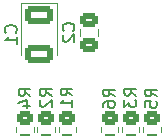
<source format=gbo>
G04 #@! TF.GenerationSoftware,KiCad,Pcbnew,6.0.9*
G04 #@! TF.CreationDate,2022-11-20T11:42:09+03:00*
G04 #@! TF.ProjectId,sd-card_adapter_esp32,73642d63-6172-4645-9f61-646170746572,rev?*
G04 #@! TF.SameCoordinates,Original*
G04 #@! TF.FileFunction,Legend,Bot*
G04 #@! TF.FilePolarity,Positive*
%FSLAX46Y46*%
G04 Gerber Fmt 4.6, Leading zero omitted, Abs format (unit mm)*
G04 Created by KiCad (PCBNEW 6.0.9) date 2022-11-20 11:42:09*
%MOMM*%
%LPD*%
G01*
G04 APERTURE LIST*
G04 Aperture macros list*
%AMRoundRect*
0 Rectangle with rounded corners*
0 $1 Rounding radius*
0 $2 $3 $4 $5 $6 $7 $8 $9 X,Y pos of 4 corners*
0 Add a 4 corners polygon primitive as box body*
4,1,4,$2,$3,$4,$5,$6,$7,$8,$9,$2,$3,0*
0 Add four circle primitives for the rounded corners*
1,1,$1+$1,$2,$3*
1,1,$1+$1,$4,$5*
1,1,$1+$1,$6,$7*
1,1,$1+$1,$8,$9*
0 Add four rect primitives between the rounded corners*
20,1,$1+$1,$2,$3,$4,$5,0*
20,1,$1+$1,$4,$5,$6,$7,0*
20,1,$1+$1,$6,$7,$8,$9,0*
20,1,$1+$1,$8,$9,$2,$3,0*%
G04 Aperture macros list end*
%ADD10C,0.150000*%
%ADD11C,0.120000*%
%ADD12R,1.000000X1.000000*%
%ADD13O,1.000000X1.000000*%
%ADD14C,1.000000*%
%ADD15RoundRect,0.250000X0.450000X-0.350000X0.450000X0.350000X-0.450000X0.350000X-0.450000X-0.350000X0*%
%ADD16RoundRect,0.250000X-0.475000X0.337500X-0.475000X-0.337500X0.475000X-0.337500X0.475000X0.337500X0*%
%ADD17RoundRect,0.250001X-0.924999X0.499999X-0.924999X-0.499999X0.924999X-0.499999X0.924999X0.499999X0*%
G04 APERTURE END LIST*
D10*
X117062380Y-71213333D02*
X116586190Y-70880000D01*
X117062380Y-70641904D02*
X116062380Y-70641904D01*
X116062380Y-71022857D01*
X116110000Y-71118095D01*
X116157619Y-71165714D01*
X116252857Y-71213333D01*
X116395714Y-71213333D01*
X116490952Y-71165714D01*
X116538571Y-71118095D01*
X116586190Y-71022857D01*
X116586190Y-70641904D01*
X116062380Y-72118095D02*
X116062380Y-71641904D01*
X116538571Y-71594285D01*
X116490952Y-71641904D01*
X116443333Y-71737142D01*
X116443333Y-71975238D01*
X116490952Y-72070476D01*
X116538571Y-72118095D01*
X116633809Y-72165714D01*
X116871904Y-72165714D01*
X116967142Y-72118095D01*
X117014761Y-72070476D01*
X117062380Y-71975238D01*
X117062380Y-71737142D01*
X117014761Y-71641904D01*
X116967142Y-71594285D01*
X109987142Y-65633333D02*
X110034761Y-65585714D01*
X110082380Y-65442857D01*
X110082380Y-65347619D01*
X110034761Y-65204761D01*
X109939523Y-65109523D01*
X109844285Y-65061904D01*
X109653809Y-65014285D01*
X109510952Y-65014285D01*
X109320476Y-65061904D01*
X109225238Y-65109523D01*
X109130000Y-65204761D01*
X109082380Y-65347619D01*
X109082380Y-65442857D01*
X109130000Y-65585714D01*
X109177619Y-65633333D01*
X109177619Y-66014285D02*
X109130000Y-66061904D01*
X109082380Y-66157142D01*
X109082380Y-66395238D01*
X109130000Y-66490476D01*
X109177619Y-66538095D01*
X109272857Y-66585714D01*
X109368095Y-66585714D01*
X109510952Y-66538095D01*
X110082380Y-65966666D01*
X110082380Y-66585714D01*
X105097142Y-65803333D02*
X105144761Y-65755714D01*
X105192380Y-65612857D01*
X105192380Y-65517619D01*
X105144761Y-65374761D01*
X105049523Y-65279523D01*
X104954285Y-65231904D01*
X104763809Y-65184285D01*
X104620952Y-65184285D01*
X104430476Y-65231904D01*
X104335238Y-65279523D01*
X104240000Y-65374761D01*
X104192380Y-65517619D01*
X104192380Y-65612857D01*
X104240000Y-65755714D01*
X104287619Y-65803333D01*
X105192380Y-66755714D02*
X105192380Y-66184285D01*
X105192380Y-66470000D02*
X104192380Y-66470000D01*
X104335238Y-66374761D01*
X104430476Y-66279523D01*
X104478095Y-66184285D01*
X115312380Y-71143333D02*
X114836190Y-70810000D01*
X115312380Y-70571904D02*
X114312380Y-70571904D01*
X114312380Y-70952857D01*
X114360000Y-71048095D01*
X114407619Y-71095714D01*
X114502857Y-71143333D01*
X114645714Y-71143333D01*
X114740952Y-71095714D01*
X114788571Y-71048095D01*
X114836190Y-70952857D01*
X114836190Y-70571904D01*
X114312380Y-71476666D02*
X114312380Y-72095714D01*
X114693333Y-71762380D01*
X114693333Y-71905238D01*
X114740952Y-72000476D01*
X114788571Y-72048095D01*
X114883809Y-72095714D01*
X115121904Y-72095714D01*
X115217142Y-72048095D01*
X115264761Y-72000476D01*
X115312380Y-71905238D01*
X115312380Y-71619523D01*
X115264761Y-71524285D01*
X115217142Y-71476666D01*
X109912380Y-71133333D02*
X109436190Y-70800000D01*
X109912380Y-70561904D02*
X108912380Y-70561904D01*
X108912380Y-70942857D01*
X108960000Y-71038095D01*
X109007619Y-71085714D01*
X109102857Y-71133333D01*
X109245714Y-71133333D01*
X109340952Y-71085714D01*
X109388571Y-71038095D01*
X109436190Y-70942857D01*
X109436190Y-70561904D01*
X109912380Y-72085714D02*
X109912380Y-71514285D01*
X109912380Y-71800000D02*
X108912380Y-71800000D01*
X109055238Y-71704761D01*
X109150476Y-71609523D01*
X109198095Y-71514285D01*
X106362380Y-71163333D02*
X105886190Y-70830000D01*
X106362380Y-70591904D02*
X105362380Y-70591904D01*
X105362380Y-70972857D01*
X105410000Y-71068095D01*
X105457619Y-71115714D01*
X105552857Y-71163333D01*
X105695714Y-71163333D01*
X105790952Y-71115714D01*
X105838571Y-71068095D01*
X105886190Y-70972857D01*
X105886190Y-70591904D01*
X105695714Y-72020476D02*
X106362380Y-72020476D01*
X105314761Y-71782380D02*
X106029047Y-71544285D01*
X106029047Y-72163333D01*
X108152380Y-71153333D02*
X107676190Y-70820000D01*
X108152380Y-70581904D02*
X107152380Y-70581904D01*
X107152380Y-70962857D01*
X107200000Y-71058095D01*
X107247619Y-71105714D01*
X107342857Y-71153333D01*
X107485714Y-71153333D01*
X107580952Y-71105714D01*
X107628571Y-71058095D01*
X107676190Y-70962857D01*
X107676190Y-70581904D01*
X107247619Y-71534285D02*
X107200000Y-71581904D01*
X107152380Y-71677142D01*
X107152380Y-71915238D01*
X107200000Y-72010476D01*
X107247619Y-72058095D01*
X107342857Y-72105714D01*
X107438095Y-72105714D01*
X107580952Y-72058095D01*
X108152380Y-71486666D01*
X108152380Y-72105714D01*
X113522380Y-71213333D02*
X113046190Y-70880000D01*
X113522380Y-70641904D02*
X112522380Y-70641904D01*
X112522380Y-71022857D01*
X112570000Y-71118095D01*
X112617619Y-71165714D01*
X112712857Y-71213333D01*
X112855714Y-71213333D01*
X112950952Y-71165714D01*
X112998571Y-71118095D01*
X113046190Y-71022857D01*
X113046190Y-70641904D01*
X112522380Y-72070476D02*
X112522380Y-71880000D01*
X112570000Y-71784761D01*
X112617619Y-71737142D01*
X112760476Y-71641904D01*
X112950952Y-71594285D01*
X113331904Y-71594285D01*
X113427142Y-71641904D01*
X113474761Y-71689523D01*
X113522380Y-71784761D01*
X113522380Y-71975238D01*
X113474761Y-72070476D01*
X113427142Y-72118095D01*
X113331904Y-72165714D01*
X113093809Y-72165714D01*
X112998571Y-72118095D01*
X112950952Y-72070476D01*
X112903333Y-71975238D01*
X112903333Y-71784761D01*
X112950952Y-71689523D01*
X112998571Y-71641904D01*
X113093809Y-71594285D01*
D11*
X117384996Y-74227064D02*
X117384996Y-73772936D01*
X115914996Y-74227064D02*
X115914996Y-73772936D01*
X112045000Y-65538748D02*
X112045000Y-66061252D01*
X110575000Y-65538748D02*
X110575000Y-66061252D01*
X108600000Y-63335000D02*
X108600000Y-67720000D01*
X105580000Y-67720000D02*
X105580000Y-63335000D01*
X105580000Y-63335000D02*
X108600000Y-63335000D01*
X114123330Y-74227064D02*
X114123330Y-73772936D01*
X115593330Y-74227064D02*
X115593330Y-73772936D01*
X108748332Y-74227064D02*
X108748332Y-73772936D01*
X110218332Y-74227064D02*
X110218332Y-73772936D01*
X106635000Y-74227064D02*
X106635000Y-73772936D01*
X105165000Y-74227064D02*
X105165000Y-73772936D01*
X106956666Y-74227064D02*
X106956666Y-73772936D01*
X108426666Y-74227064D02*
X108426666Y-73772936D01*
X112331664Y-74227064D02*
X112331664Y-73772936D01*
X113801664Y-74227064D02*
X113801664Y-73772936D01*
%LPC*%
D12*
X102360000Y-63283750D03*
D13*
X102360000Y-64553750D03*
X102360000Y-65823750D03*
X102360000Y-67093750D03*
X102360000Y-68363750D03*
X102360000Y-69633750D03*
X102360000Y-70903750D03*
X102360000Y-72173750D03*
X102360000Y-73443750D03*
X102360000Y-74713750D03*
X102360000Y-75983750D03*
X102360000Y-77253750D03*
X102360000Y-78523750D03*
X102360000Y-79793750D03*
X105677500Y-81316250D03*
X106947500Y-81316250D03*
X108217500Y-81316250D03*
X109487500Y-81316250D03*
X110757500Y-81316250D03*
X112027500Y-81316250D03*
X113297500Y-81316250D03*
X114567500Y-81316250D03*
X115837500Y-81316250D03*
X117107500Y-81316250D03*
X120420000Y-79763750D03*
X120420000Y-78493750D03*
X120420000Y-77223750D03*
X120420000Y-75953750D03*
X120420000Y-74683750D03*
X120420000Y-73413750D03*
X120420000Y-72143750D03*
X120420000Y-70873750D03*
X120420000Y-69603750D03*
X120420000Y-68333750D03*
X120420000Y-67063750D03*
X120420000Y-65793750D03*
X120420000Y-64523750D03*
D14*
X120420000Y-63253750D03*
D15*
X116649996Y-75000000D03*
X116649996Y-73000000D03*
D16*
X111310000Y-64762500D03*
X111310000Y-66837500D03*
D17*
X107090000Y-64345000D03*
X107090000Y-67595000D03*
D15*
X114858330Y-75000000D03*
X114858330Y-73000000D03*
X109483332Y-75000000D03*
X109483332Y-73000000D03*
X105900000Y-75000000D03*
X105900000Y-73000000D03*
X107691666Y-75000000D03*
X107691666Y-73000000D03*
X113066664Y-75000000D03*
X113066664Y-73000000D03*
M02*

</source>
